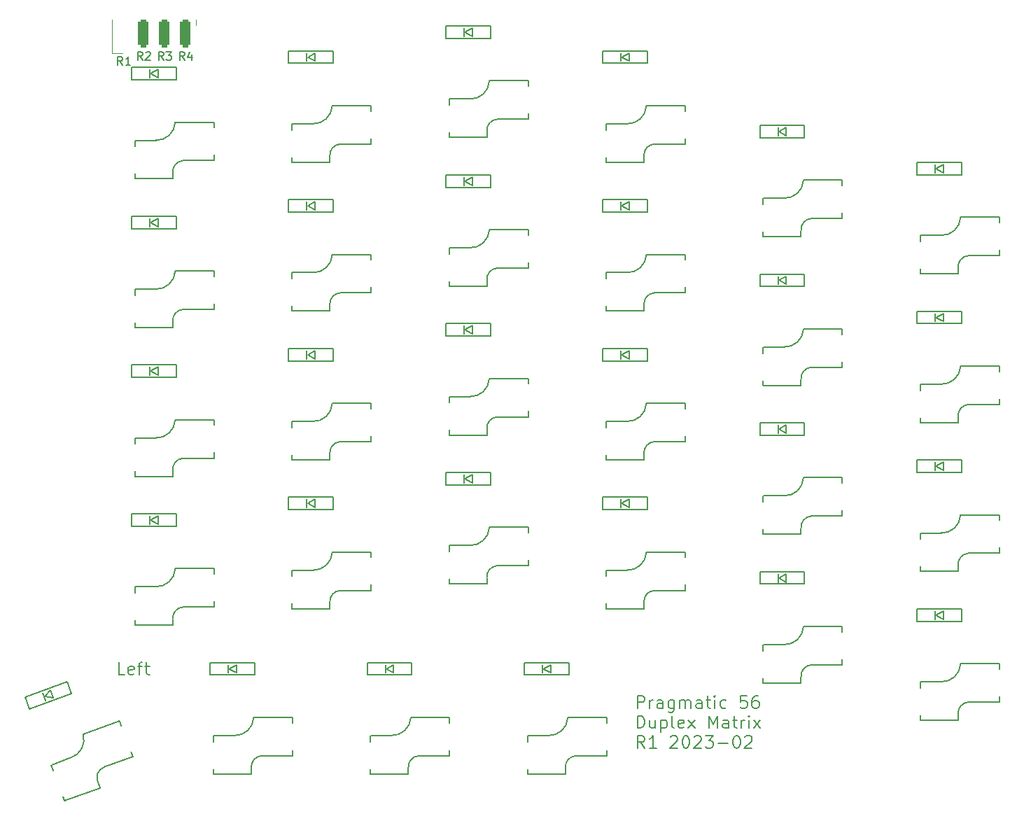
<source format=gto>
%TF.GenerationSoftware,KiCad,Pcbnew,(6.0.11-0)*%
%TF.CreationDate,2023-02-13T17:10:23+08:00*%
%TF.ProjectId,V4,56342e6b-6963-4616-945f-706362585858,1*%
%TF.SameCoordinates,PX7bfa480PY6052340*%
%TF.FileFunction,Legend,Top*%
%TF.FilePolarity,Positive*%
%FSLAX46Y46*%
G04 Gerber Fmt 4.6, Leading zero omitted, Abs format (unit mm)*
G04 Created by KiCad (PCBNEW (6.0.11-0)) date 2023-02-13 17:10:23*
%MOMM*%
%LPD*%
G01*
G04 APERTURE LIST*
G04 Aperture macros list*
%AMRoundRect*
0 Rectangle with rounded corners*
0 $1 Rounding radius*
0 $2 $3 $4 $5 $6 $7 $8 $9 X,Y pos of 4 corners*
0 Add a 4 corners polygon primitive as box body*
4,1,4,$2,$3,$4,$5,$6,$7,$8,$9,$2,$3,0*
0 Add four circle primitives for the rounded corners*
1,1,$1+$1,$2,$3*
1,1,$1+$1,$4,$5*
1,1,$1+$1,$6,$7*
1,1,$1+$1,$8,$9*
0 Add four rect primitives between the rounded corners*
20,1,$1+$1,$2,$3,$4,$5,0*
20,1,$1+$1,$4,$5,$6,$7,0*
20,1,$1+$1,$6,$7,$8,$9,0*
20,1,$1+$1,$8,$9,$2,$3,0*%
%AMRotRect*
0 Rectangle, with rotation*
0 The origin of the aperture is its center*
0 $1 length*
0 $2 width*
0 $3 Rotation angle, in degrees counterclockwise*
0 Add horizontal line*
21,1,$1,$2,0,0,$3*%
G04 Aperture macros list end*
%ADD10C,0.150000*%
%ADD11C,0.200000*%
%ADD12C,0.120000*%
%ADD13C,3.000000*%
%ADD14R,2.000000X2.600000*%
%ADD15C,3.200000*%
%ADD16R,1.400000X1.000000*%
%ADD17RotRect,1.400000X1.000000X20.000000*%
%ADD18R,1.270000X3.429000*%
%ADD19RoundRect,0.317500X-0.317500X-1.397000X0.317500X-1.397000X0.317500X1.397000X-0.317500X1.397000X0*%
%ADD20RotRect,2.000000X2.600000X200.000000*%
%ADD21C,1.700000*%
G04 APERTURE END LIST*
D10*
X-1388667Y42127620D02*
X-1722000Y42603810D01*
X-1960096Y42127620D02*
X-1960096Y43127620D01*
X-1579143Y43127620D01*
X-1483905Y43080000D01*
X-1436286Y43032381D01*
X-1388667Y42937143D01*
X-1388667Y42794286D01*
X-1436286Y42699048D01*
X-1483905Y42651429D01*
X-1579143Y42603810D01*
X-1960096Y42603810D01*
X-1007715Y43032381D02*
X-960096Y43080000D01*
X-864858Y43127620D01*
X-626762Y43127620D01*
X-531524Y43080000D01*
X-483905Y43032381D01*
X-436286Y42937143D01*
X-436286Y42841905D01*
X-483905Y42699048D01*
X-1055334Y42127620D01*
X-436286Y42127620D01*
X-3801667Y41547620D02*
X-4135000Y42023810D01*
X-4373096Y41547620D02*
X-4373096Y42547620D01*
X-3992143Y42547620D01*
X-3896905Y42500000D01*
X-3849286Y42452381D01*
X-3801667Y42357143D01*
X-3801667Y42214286D01*
X-3849286Y42119048D01*
X-3896905Y42071429D01*
X-3992143Y42023810D01*
X-4373096Y42023810D01*
X-2849286Y41547620D02*
X-3420715Y41547620D01*
X-3135000Y41547620D02*
X-3135000Y42547620D01*
X-3230239Y42404762D01*
X-3325477Y42309524D01*
X-3420715Y42261905D01*
D11*
X58487142Y-36263571D02*
X58487142Y-34763571D01*
X59058571Y-34763571D01*
X59201428Y-34835000D01*
X59272857Y-34906428D01*
X59344285Y-35049285D01*
X59344285Y-35263571D01*
X59272857Y-35406428D01*
X59201428Y-35477857D01*
X59058571Y-35549285D01*
X58487142Y-35549285D01*
X59987142Y-36263571D02*
X59987142Y-35263571D01*
X59987142Y-35549285D02*
X60058571Y-35406428D01*
X60130000Y-35335000D01*
X60272857Y-35263571D01*
X60415714Y-35263571D01*
X61558571Y-36263571D02*
X61558571Y-35477857D01*
X61487142Y-35335000D01*
X61344285Y-35263571D01*
X61058571Y-35263571D01*
X60915714Y-35335000D01*
X61558571Y-36192142D02*
X61415714Y-36263571D01*
X61058571Y-36263571D01*
X60915714Y-36192142D01*
X60844285Y-36049285D01*
X60844285Y-35906428D01*
X60915714Y-35763571D01*
X61058571Y-35692142D01*
X61415714Y-35692142D01*
X61558571Y-35620714D01*
X62915714Y-35263571D02*
X62915714Y-36477857D01*
X62844285Y-36620714D01*
X62772857Y-36692142D01*
X62630000Y-36763571D01*
X62415714Y-36763571D01*
X62272857Y-36692142D01*
X62915714Y-36192142D02*
X62772857Y-36263571D01*
X62487142Y-36263571D01*
X62344285Y-36192142D01*
X62272857Y-36120714D01*
X62201428Y-35977857D01*
X62201428Y-35549285D01*
X62272857Y-35406428D01*
X62344285Y-35335000D01*
X62487142Y-35263571D01*
X62772857Y-35263571D01*
X62915714Y-35335000D01*
X63630000Y-36263571D02*
X63630000Y-35263571D01*
X63630000Y-35406428D02*
X63701428Y-35335000D01*
X63844285Y-35263571D01*
X64058571Y-35263571D01*
X64201428Y-35335000D01*
X64272857Y-35477857D01*
X64272857Y-36263571D01*
X64272857Y-35477857D02*
X64344285Y-35335000D01*
X64487142Y-35263571D01*
X64701428Y-35263571D01*
X64844285Y-35335000D01*
X64915714Y-35477857D01*
X64915714Y-36263571D01*
X66272857Y-36263571D02*
X66272857Y-35477857D01*
X66201428Y-35335000D01*
X66058571Y-35263571D01*
X65772857Y-35263571D01*
X65630000Y-35335000D01*
X66272857Y-36192142D02*
X66130000Y-36263571D01*
X65772857Y-36263571D01*
X65630000Y-36192142D01*
X65558571Y-36049285D01*
X65558571Y-35906428D01*
X65630000Y-35763571D01*
X65772857Y-35692142D01*
X66130000Y-35692142D01*
X66272857Y-35620714D01*
X66772857Y-35263571D02*
X67344285Y-35263571D01*
X66987142Y-34763571D02*
X66987142Y-36049285D01*
X67058571Y-36192142D01*
X67201428Y-36263571D01*
X67344285Y-36263571D01*
X67844285Y-36263571D02*
X67844285Y-35263571D01*
X67844285Y-34763571D02*
X67772857Y-34835000D01*
X67844285Y-34906428D01*
X67915714Y-34835000D01*
X67844285Y-34763571D01*
X67844285Y-34906428D01*
X69201428Y-36192142D02*
X69058571Y-36263571D01*
X68772857Y-36263571D01*
X68630000Y-36192142D01*
X68558571Y-36120714D01*
X68487142Y-35977857D01*
X68487142Y-35549285D01*
X68558571Y-35406428D01*
X68630000Y-35335000D01*
X68772857Y-35263571D01*
X69058571Y-35263571D01*
X69201428Y-35335000D01*
X71701428Y-34763571D02*
X70987142Y-34763571D01*
X70915714Y-35477857D01*
X70987142Y-35406428D01*
X71130000Y-35335000D01*
X71487142Y-35335000D01*
X71630000Y-35406428D01*
X71701428Y-35477857D01*
X71772857Y-35620714D01*
X71772857Y-35977857D01*
X71701428Y-36120714D01*
X71630000Y-36192142D01*
X71487142Y-36263571D01*
X71130000Y-36263571D01*
X70987142Y-36192142D01*
X70915714Y-36120714D01*
X73058571Y-34763571D02*
X72772857Y-34763571D01*
X72630000Y-34835000D01*
X72558571Y-34906428D01*
X72415714Y-35120714D01*
X72344285Y-35406428D01*
X72344285Y-35977857D01*
X72415714Y-36120714D01*
X72487142Y-36192142D01*
X72630000Y-36263571D01*
X72915714Y-36263571D01*
X73058571Y-36192142D01*
X73130000Y-36120714D01*
X73201428Y-35977857D01*
X73201428Y-35620714D01*
X73130000Y-35477857D01*
X73058571Y-35406428D01*
X72915714Y-35335000D01*
X72630000Y-35335000D01*
X72487142Y-35406428D01*
X72415714Y-35477857D01*
X72344285Y-35620714D01*
X58487142Y-38678571D02*
X58487142Y-37178571D01*
X58844285Y-37178571D01*
X59058571Y-37250000D01*
X59201428Y-37392857D01*
X59272857Y-37535714D01*
X59344285Y-37821428D01*
X59344285Y-38035714D01*
X59272857Y-38321428D01*
X59201428Y-38464285D01*
X59058571Y-38607142D01*
X58844285Y-38678571D01*
X58487142Y-38678571D01*
X60630000Y-37678571D02*
X60630000Y-38678571D01*
X59987142Y-37678571D02*
X59987142Y-38464285D01*
X60058571Y-38607142D01*
X60201428Y-38678571D01*
X60415714Y-38678571D01*
X60558571Y-38607142D01*
X60630000Y-38535714D01*
X61344285Y-37678571D02*
X61344285Y-39178571D01*
X61344285Y-37750000D02*
X61487142Y-37678571D01*
X61772857Y-37678571D01*
X61915714Y-37750000D01*
X61987142Y-37821428D01*
X62058571Y-37964285D01*
X62058571Y-38392857D01*
X61987142Y-38535714D01*
X61915714Y-38607142D01*
X61772857Y-38678571D01*
X61487142Y-38678571D01*
X61344285Y-38607142D01*
X62915714Y-38678571D02*
X62772857Y-38607142D01*
X62701428Y-38464285D01*
X62701428Y-37178571D01*
X64058571Y-38607142D02*
X63915714Y-38678571D01*
X63630000Y-38678571D01*
X63487142Y-38607142D01*
X63415714Y-38464285D01*
X63415714Y-37892857D01*
X63487142Y-37750000D01*
X63630000Y-37678571D01*
X63915714Y-37678571D01*
X64058571Y-37750000D01*
X64130000Y-37892857D01*
X64130000Y-38035714D01*
X63415714Y-38178571D01*
X64630000Y-38678571D02*
X65415714Y-37678571D01*
X64630000Y-37678571D02*
X65415714Y-38678571D01*
X67130000Y-38678571D02*
X67130000Y-37178571D01*
X67630000Y-38250000D01*
X68130000Y-37178571D01*
X68130000Y-38678571D01*
X69487142Y-38678571D02*
X69487142Y-37892857D01*
X69415714Y-37750000D01*
X69272857Y-37678571D01*
X68987142Y-37678571D01*
X68844285Y-37750000D01*
X69487142Y-38607142D02*
X69344285Y-38678571D01*
X68987142Y-38678571D01*
X68844285Y-38607142D01*
X68772857Y-38464285D01*
X68772857Y-38321428D01*
X68844285Y-38178571D01*
X68987142Y-38107142D01*
X69344285Y-38107142D01*
X69487142Y-38035714D01*
X69987142Y-37678571D02*
X70558571Y-37678571D01*
X70201428Y-37178571D02*
X70201428Y-38464285D01*
X70272857Y-38607142D01*
X70415714Y-38678571D01*
X70558571Y-38678571D01*
X71058571Y-38678571D02*
X71058571Y-37678571D01*
X71058571Y-37964285D02*
X71130000Y-37821428D01*
X71201428Y-37750000D01*
X71344285Y-37678571D01*
X71487142Y-37678571D01*
X71987142Y-38678571D02*
X71987142Y-37678571D01*
X71987142Y-37178571D02*
X71915714Y-37250000D01*
X71987142Y-37321428D01*
X72058571Y-37250000D01*
X71987142Y-37178571D01*
X71987142Y-37321428D01*
X72558571Y-38678571D02*
X73344285Y-37678571D01*
X72558571Y-37678571D02*
X73344285Y-38678571D01*
X59344285Y-41093571D02*
X58844285Y-40379285D01*
X58487142Y-41093571D02*
X58487142Y-39593571D01*
X59058571Y-39593571D01*
X59201428Y-39665000D01*
X59272857Y-39736428D01*
X59344285Y-39879285D01*
X59344285Y-40093571D01*
X59272857Y-40236428D01*
X59201428Y-40307857D01*
X59058571Y-40379285D01*
X58487142Y-40379285D01*
X60772857Y-41093571D02*
X59915714Y-41093571D01*
X60344285Y-41093571D02*
X60344285Y-39593571D01*
X60201428Y-39807857D01*
X60058571Y-39950714D01*
X59915714Y-40022142D01*
X62487142Y-39736428D02*
X62558571Y-39665000D01*
X62701428Y-39593571D01*
X63058571Y-39593571D01*
X63201428Y-39665000D01*
X63272857Y-39736428D01*
X63344285Y-39879285D01*
X63344285Y-40022142D01*
X63272857Y-40236428D01*
X62415714Y-41093571D01*
X63344285Y-41093571D01*
X64272857Y-39593571D02*
X64415714Y-39593571D01*
X64558571Y-39665000D01*
X64630000Y-39736428D01*
X64701428Y-39879285D01*
X64772857Y-40165000D01*
X64772857Y-40522142D01*
X64701428Y-40807857D01*
X64630000Y-40950714D01*
X64558571Y-41022142D01*
X64415714Y-41093571D01*
X64272857Y-41093571D01*
X64130000Y-41022142D01*
X64058571Y-40950714D01*
X63987142Y-40807857D01*
X63915714Y-40522142D01*
X63915714Y-40165000D01*
X63987142Y-39879285D01*
X64058571Y-39736428D01*
X64130000Y-39665000D01*
X64272857Y-39593571D01*
X65344285Y-39736428D02*
X65415714Y-39665000D01*
X65558571Y-39593571D01*
X65915714Y-39593571D01*
X66058571Y-39665000D01*
X66130000Y-39736428D01*
X66201428Y-39879285D01*
X66201428Y-40022142D01*
X66130000Y-40236428D01*
X65272857Y-41093571D01*
X66201428Y-41093571D01*
X66701428Y-39593571D02*
X67630000Y-39593571D01*
X67130000Y-40165000D01*
X67344285Y-40165000D01*
X67487142Y-40236428D01*
X67558571Y-40307857D01*
X67630000Y-40450714D01*
X67630000Y-40807857D01*
X67558571Y-40950714D01*
X67487142Y-41022142D01*
X67344285Y-41093571D01*
X66915714Y-41093571D01*
X66772857Y-41022142D01*
X66701428Y-40950714D01*
X68272857Y-40522142D02*
X69415714Y-40522142D01*
X70415714Y-39593571D02*
X70558571Y-39593571D01*
X70701428Y-39665000D01*
X70772857Y-39736428D01*
X70844285Y-39879285D01*
X70915714Y-40165000D01*
X70915714Y-40522142D01*
X70844285Y-40807857D01*
X70772857Y-40950714D01*
X70701428Y-41022142D01*
X70558571Y-41093571D01*
X70415714Y-41093571D01*
X70272857Y-41022142D01*
X70201428Y-40950714D01*
X70130000Y-40807857D01*
X70058571Y-40522142D01*
X70058571Y-40165000D01*
X70130000Y-39879285D01*
X70201428Y-39736428D01*
X70272857Y-39665000D01*
X70415714Y-39593571D01*
X71487142Y-39736428D02*
X71558571Y-39665000D01*
X71701428Y-39593571D01*
X72058571Y-39593571D01*
X72201428Y-39665000D01*
X72272857Y-39736428D01*
X72344285Y-39879285D01*
X72344285Y-40022142D01*
X72272857Y-40236428D01*
X71415714Y-41093571D01*
X72344285Y-41093571D01*
D10*
X3691333Y42127620D02*
X3358000Y42603810D01*
X3119904Y42127620D02*
X3119904Y43127620D01*
X3500857Y43127620D01*
X3596095Y43080000D01*
X3643714Y43032381D01*
X3691333Y42937143D01*
X3691333Y42794286D01*
X3643714Y42699048D01*
X3596095Y42651429D01*
X3500857Y42603810D01*
X3119904Y42603810D01*
X4548476Y42794286D02*
X4548476Y42127620D01*
X4310380Y43175239D02*
X4072285Y42460953D01*
X4691333Y42460953D01*
X1151333Y42127620D02*
X818000Y42603810D01*
X579904Y42127620D02*
X579904Y43127620D01*
X960857Y43127620D01*
X1056095Y43080000D01*
X1103714Y43032381D01*
X1151333Y42937143D01*
X1151333Y42794286D01*
X1103714Y42699048D01*
X1056095Y42651429D01*
X960857Y42603810D01*
X579904Y42603810D01*
X1484666Y43127620D02*
X2103714Y43127620D01*
X1770380Y42746667D01*
X1913238Y42746667D01*
X2008476Y42699048D01*
X2056095Y42651429D01*
X2103714Y42556191D01*
X2103714Y42318096D01*
X2056095Y42222858D01*
X2008476Y42175239D01*
X1913238Y42127620D01*
X1627523Y42127620D01*
X1532285Y42175239D01*
X1484666Y42222858D01*
D11*
X-3535715Y-32178571D02*
X-4250000Y-32178571D01*
X-4250000Y-30678571D01*
X-2464286Y-32107142D02*
X-2607143Y-32178571D01*
X-2892858Y-32178571D01*
X-3035715Y-32107142D01*
X-3107143Y-31964285D01*
X-3107143Y-31392857D01*
X-3035715Y-31250000D01*
X-2892858Y-31178571D01*
X-2607143Y-31178571D01*
X-2464286Y-31250000D01*
X-2392858Y-31392857D01*
X-2392858Y-31535714D01*
X-3107143Y-31678571D01*
X-1964286Y-31178571D02*
X-1392858Y-31178571D01*
X-1750000Y-32178571D02*
X-1750000Y-30892857D01*
X-1678572Y-30750000D01*
X-1535715Y-30678571D01*
X-1392858Y-30678571D01*
X-1107143Y-31178571D02*
X-535715Y-31178571D01*
X-892858Y-30678571D02*
X-892858Y-31964285D01*
X-821429Y-32107142D01*
X-678572Y-32178571D01*
X-535715Y-32178571D01*
D10*
%TO.C,SW17*%
X16725000Y16425000D02*
X19275000Y16425000D01*
X16700000Y15682000D02*
X16700000Y15682000D01*
X16725000Y11775000D02*
X21275000Y11775000D01*
X22500000Y13975000D02*
X26275000Y13975000D01*
X16700000Y12380000D02*
X16700000Y11800000D01*
X16700000Y16400000D02*
X16700000Y15682000D01*
X26275000Y14666000D02*
X26275000Y13975000D01*
X21280000Y12500000D02*
X21280000Y11800000D01*
X26275000Y18625000D02*
X26275000Y17968000D01*
X21575000Y18625000D02*
X26275000Y18625000D01*
X22500000Y13970000D02*
G75*
G03*
X21280000Y12550000I100000J-1320000D01*
G01*
X19200000Y16430000D02*
G75*
G03*
X21570000Y18600000I100000J2270000D01*
G01*
%TO.C,SW29*%
X21575000Y625000D02*
X26275000Y625000D01*
X16700000Y-2318000D02*
X16700000Y-2318000D01*
X21280000Y-5500000D02*
X21280000Y-6200000D01*
X22500000Y-4025000D02*
X26275000Y-4025000D01*
X16700000Y-5620000D02*
X16700000Y-6200000D01*
X16700000Y-1600000D02*
X16700000Y-2318000D01*
X26275000Y-3334000D02*
X26275000Y-4025000D01*
X16725000Y-1575000D02*
X19275000Y-1575000D01*
X16725000Y-6225000D02*
X21275000Y-6225000D01*
X26275000Y625000D02*
X26275000Y-32000D01*
X19200000Y-1570000D02*
G75*
G03*
X21570000Y600000I100000J2270000D01*
G01*
X22500000Y-4030000D02*
G75*
G03*
X21280000Y-5450000I100000J-1320000D01*
G01*
%TO.C,SW51*%
X54775000Y-37375000D02*
X54775000Y-38032000D01*
X45225000Y-39575000D02*
X47775000Y-39575000D01*
X45225000Y-44225000D02*
X49775000Y-44225000D01*
X49780000Y-43500000D02*
X49780000Y-44200000D01*
X45200000Y-40318000D02*
X45200000Y-40318000D01*
X45200000Y-39600000D02*
X45200000Y-40318000D01*
X51000000Y-42025000D02*
X54775000Y-42025000D01*
X50075000Y-37375000D02*
X54775000Y-37375000D01*
X54775000Y-41334000D02*
X54775000Y-42025000D01*
X45200000Y-43620000D02*
X45200000Y-44200000D01*
X47700000Y-39570000D02*
G75*
G03*
X50070000Y-37400000I100000J2270000D01*
G01*
X51000000Y-42030000D02*
G75*
G03*
X49780000Y-43450000I100000J-1320000D01*
G01*
%TO.C,D27*%
X56600000Y6500000D02*
X57500000Y7000000D01*
X57500000Y6000000D02*
X56600000Y6500000D01*
X57500000Y7000000D02*
X57500000Y6000000D01*
X54300000Y7250000D02*
X54300000Y5750000D01*
X59700000Y7250000D02*
X54300000Y7250000D01*
X59700000Y7250000D02*
X59700000Y5750000D01*
X56500000Y7000000D02*
X56500000Y6000000D01*
X54300000Y5750000D02*
X59700000Y5750000D01*
%TO.C,D18*%
X2700000Y23250000D02*
X2700000Y21750000D01*
X-400000Y22500000D02*
X500000Y23000000D01*
X-500000Y23000000D02*
X-500000Y22000000D01*
X-2700000Y23250000D02*
X-2700000Y21750000D01*
X2700000Y23250000D02*
X-2700000Y23250000D01*
X500000Y22000000D02*
X-400000Y22500000D01*
X-2700000Y21750000D02*
X2700000Y21750000D01*
X500000Y23000000D02*
X500000Y22000000D01*
%TO.C,SW15*%
X54700000Y16400000D02*
X54700000Y15682000D01*
X60500000Y13975000D02*
X64275000Y13975000D01*
X54725000Y16425000D02*
X57275000Y16425000D01*
X64275000Y18625000D02*
X64275000Y17968000D01*
X54700000Y15682000D02*
X54700000Y15682000D01*
X59280000Y12500000D02*
X59280000Y11800000D01*
X54725000Y11775000D02*
X59275000Y11775000D01*
X64275000Y14666000D02*
X64275000Y13975000D01*
X59575000Y18625000D02*
X64275000Y18625000D01*
X54700000Y12380000D02*
X54700000Y11800000D01*
X57200000Y16430000D02*
G75*
G03*
X59570000Y18600000I100000J2270000D01*
G01*
X60500000Y13970000D02*
G75*
G03*
X59280000Y12550000I100000J-1320000D01*
G01*
%TO.C,D15*%
X59700000Y25250000D02*
X59700000Y23750000D01*
X59700000Y25250000D02*
X54300000Y25250000D01*
X56600000Y24500000D02*
X57500000Y25000000D01*
X57500000Y24000000D02*
X56600000Y24500000D01*
X54300000Y23750000D02*
X59700000Y23750000D01*
X56500000Y25000000D02*
X56500000Y24000000D01*
X57500000Y25000000D02*
X57500000Y24000000D01*
X54300000Y25250000D02*
X54300000Y23750000D01*
%TO.C,D1*%
X94600000Y29000000D02*
X95500000Y29500000D01*
X97700000Y29750000D02*
X97700000Y28250000D01*
X95500000Y29500000D02*
X95500000Y28500000D01*
X94500000Y29500000D02*
X94500000Y28500000D01*
X95500000Y28500000D02*
X94600000Y29000000D01*
X97700000Y29750000D02*
X92300000Y29750000D01*
X92300000Y29750000D02*
X92300000Y28250000D01*
X92300000Y28250000D02*
X97700000Y28250000D01*
%TO.C,D37*%
X97700000Y-24250000D02*
X97700000Y-25750000D01*
X92300000Y-25750000D02*
X97700000Y-25750000D01*
X94500000Y-24500000D02*
X94500000Y-25500000D01*
X95500000Y-25500000D02*
X94600000Y-25000000D01*
X92300000Y-24250000D02*
X92300000Y-25750000D01*
X94600000Y-25000000D02*
X95500000Y-24500000D01*
X95500000Y-24500000D02*
X95500000Y-25500000D01*
X97700000Y-24250000D02*
X92300000Y-24250000D01*
%TO.C,D52*%
X25800000Y-30750000D02*
X25800000Y-32250000D01*
X28000000Y-31000000D02*
X28000000Y-32000000D01*
X25800000Y-32250000D02*
X31200000Y-32250000D01*
X29000000Y-32000000D02*
X28100000Y-31500000D01*
X31200000Y-30750000D02*
X31200000Y-32250000D01*
X29000000Y-31000000D02*
X29000000Y-32000000D01*
X28100000Y-31500000D02*
X29000000Y-31000000D01*
X31200000Y-30750000D02*
X25800000Y-30750000D01*
%TO.C,D2*%
X76500000Y33000000D02*
X75600000Y33500000D01*
X78700000Y34250000D02*
X73300000Y34250000D01*
X75500000Y34000000D02*
X75500000Y33000000D01*
X76500000Y34000000D02*
X76500000Y33000000D01*
X75600000Y33500000D02*
X76500000Y34000000D01*
X78700000Y34250000D02*
X78700000Y32750000D01*
X73300000Y32750000D02*
X78700000Y32750000D01*
X73300000Y34250000D02*
X73300000Y32750000D01*
%TO.C,SW3*%
X59280000Y30500000D02*
X59280000Y29800000D01*
X59575000Y36625000D02*
X64275000Y36625000D01*
X54725000Y34425000D02*
X57275000Y34425000D01*
X54700000Y30380000D02*
X54700000Y29800000D01*
X60500000Y31975000D02*
X64275000Y31975000D01*
X54725000Y29775000D02*
X59275000Y29775000D01*
X64275000Y32666000D02*
X64275000Y31975000D01*
X54700000Y34400000D02*
X54700000Y33682000D01*
X54700000Y33682000D02*
X54700000Y33682000D01*
X64275000Y36625000D02*
X64275000Y35968000D01*
X57200000Y34430000D02*
G75*
G03*
X59570000Y36600000I100000J2270000D01*
G01*
X60500000Y31970000D02*
G75*
G03*
X59280000Y30550000I100000J-1320000D01*
G01*
%TO.C,D16*%
X38500000Y28000000D02*
X38500000Y27000000D01*
X35300000Y26750000D02*
X40700000Y26750000D01*
X38500000Y27000000D02*
X37600000Y27500000D01*
X37500000Y28000000D02*
X37500000Y27000000D01*
X40700000Y28250000D02*
X35300000Y28250000D01*
X40700000Y28250000D02*
X40700000Y26750000D01*
X35300000Y28250000D02*
X35300000Y26750000D01*
X37600000Y27500000D02*
X38500000Y28000000D01*
%TO.C,SW4*%
X35700000Y37399997D02*
X35700000Y36681997D01*
X35700000Y36681997D02*
X35700000Y36681997D01*
X41500000Y34974997D02*
X45275000Y34974997D01*
X40280000Y33499997D02*
X40280000Y32799997D01*
X35725000Y37424997D02*
X38275000Y37424997D01*
X40575000Y39624997D02*
X45275000Y39624997D01*
X45275000Y35665997D02*
X45275000Y34974997D01*
X35725000Y32774997D02*
X40275000Y32774997D01*
X35700000Y33379997D02*
X35700000Y32799997D01*
X45275000Y39624997D02*
X45275000Y38967997D01*
X38200000Y37429997D02*
G75*
G03*
X40570000Y39599997I100000J2270000D01*
G01*
X41500000Y34969997D02*
G75*
G03*
X40280000Y33549997I100000J-1320000D01*
G01*
%TO.C,SW26*%
X78280000Y-14500000D02*
X78280000Y-15200000D01*
X73700000Y-11318000D02*
X73700000Y-11318000D01*
X73725000Y-15225000D02*
X78275000Y-15225000D01*
X73700000Y-14620000D02*
X73700000Y-15200000D01*
X78575000Y-8375000D02*
X83275000Y-8375000D01*
X79500000Y-13025000D02*
X83275000Y-13025000D01*
X73700000Y-10600000D02*
X73700000Y-11318000D01*
X73725000Y-10575000D02*
X76275000Y-10575000D01*
X83275000Y-8375000D02*
X83275000Y-9032000D01*
X83275000Y-12334000D02*
X83275000Y-13025000D01*
X76200000Y-10570000D02*
G75*
G03*
X78570000Y-8400000I100000J2270000D01*
G01*
X79500000Y-13030000D02*
G75*
G03*
X78280000Y-14450000I100000J-1320000D01*
G01*
%TO.C,D4*%
X35300000Y44750000D02*
X40700000Y44750000D01*
X37600000Y45500000D02*
X38500000Y46000000D01*
X38500000Y46000000D02*
X38500000Y45000000D01*
X37500000Y46000000D02*
X37500000Y45000000D01*
X40700000Y46250000D02*
X35300000Y46250000D01*
X35300000Y46250000D02*
X35300000Y44750000D01*
X40700000Y46250000D02*
X40700000Y44750000D01*
X38500000Y45000000D02*
X37600000Y45500000D01*
%TO.C,D3*%
X59700000Y43250000D02*
X54300000Y43250000D01*
X57500000Y43000000D02*
X57500000Y42000000D01*
X56600000Y42500000D02*
X57500000Y43000000D01*
X54300000Y43250000D02*
X54300000Y41750000D01*
X59700000Y43250000D02*
X59700000Y41750000D01*
X57500000Y42000000D02*
X56600000Y42500000D01*
X56500000Y43000000D02*
X56500000Y42000000D01*
X54300000Y41750000D02*
X59700000Y41750000D01*
%TO.C,SW38*%
X73700000Y-28600000D02*
X73700000Y-29318000D01*
X73700000Y-32620000D02*
X73700000Y-33200000D01*
X73725000Y-28575000D02*
X76275000Y-28575000D01*
X79500000Y-31025000D02*
X83275000Y-31025000D01*
X78575000Y-26375000D02*
X83275000Y-26375000D01*
X73700000Y-29318000D02*
X73700000Y-29318000D01*
X78280000Y-32500000D02*
X78280000Y-33200000D01*
X73725000Y-33225000D02*
X78275000Y-33225000D01*
X83275000Y-26375000D02*
X83275000Y-27032000D01*
X83275000Y-30334000D02*
X83275000Y-31025000D01*
X79500000Y-31030000D02*
G75*
G03*
X78280000Y-32450000I100000J-1320000D01*
G01*
X76200000Y-28570000D02*
G75*
G03*
X78570000Y-26400000I100000J2270000D01*
G01*
%TO.C,D54*%
X-15593685Y-34918685D02*
X-15080655Y-36328224D01*
X-12501164Y-34059144D02*
X-12159144Y-34998836D01*
X-15080655Y-36328224D02*
X-10006315Y-34481315D01*
X-10519345Y-33071776D02*
X-15593685Y-34918685D01*
X-12159144Y-34998836D02*
X-13175877Y-34836808D01*
X-13440856Y-34401164D02*
X-13098836Y-35340856D01*
X-10519345Y-33071776D02*
X-10006315Y-34481315D01*
X-13175877Y-34836808D02*
X-12501164Y-34059144D01*
%TO.C,SW27*%
X64275000Y-3334000D02*
X64275000Y-4025000D01*
X54700000Y-1600000D02*
X54700000Y-2318000D01*
X54725000Y-6225000D02*
X59275000Y-6225000D01*
X59280000Y-5500000D02*
X59280000Y-6200000D01*
X60500000Y-4025000D02*
X64275000Y-4025000D01*
X54700000Y-2318000D02*
X54700000Y-2318000D01*
X59575000Y625000D02*
X64275000Y625000D01*
X54700000Y-5620000D02*
X54700000Y-6200000D01*
X64275000Y625000D02*
X64275000Y-32000D01*
X54725000Y-1575000D02*
X57275000Y-1575000D01*
X57200000Y-1570000D02*
G75*
G03*
X59570000Y600000I100000J2270000D01*
G01*
X60500000Y-4030000D02*
G75*
G03*
X59280000Y-5450000I100000J-1320000D01*
G01*
%TO.C,D53*%
X6800000Y-32250000D02*
X12200000Y-32250000D01*
X12200000Y-30750000D02*
X12200000Y-32250000D01*
X9100000Y-31500000D02*
X10000000Y-31000000D01*
X10000000Y-32000000D02*
X9100000Y-31500000D01*
X9000000Y-31000000D02*
X9000000Y-32000000D01*
X10000000Y-31000000D02*
X10000000Y-32000000D01*
X12200000Y-30750000D02*
X6800000Y-30750000D01*
X6800000Y-30750000D02*
X6800000Y-32250000D01*
%TO.C,D39*%
X59700000Y-10750000D02*
X54300000Y-10750000D01*
X54300000Y-12250000D02*
X59700000Y-12250000D01*
X57500000Y-12000000D02*
X56600000Y-11500000D01*
X54300000Y-10750000D02*
X54300000Y-12250000D01*
X56500000Y-11000000D02*
X56500000Y-12000000D01*
X56600000Y-11500000D02*
X57500000Y-11000000D01*
X57500000Y-11000000D02*
X57500000Y-12000000D01*
X59700000Y-10750000D02*
X59700000Y-12250000D01*
%TO.C,SW52*%
X26200000Y-43620000D02*
X26200000Y-44200000D01*
X26225000Y-44225000D02*
X30775000Y-44225000D01*
X30780000Y-43500000D02*
X30780000Y-44200000D01*
X26200000Y-40318000D02*
X26200000Y-40318000D01*
X26200000Y-39600000D02*
X26200000Y-40318000D01*
X31075000Y-37375000D02*
X35775000Y-37375000D01*
X35775000Y-41334000D02*
X35775000Y-42025000D01*
X35775000Y-37375000D02*
X35775000Y-38032000D01*
X32000000Y-42025000D02*
X35775000Y-42025000D01*
X26225000Y-39575000D02*
X28775000Y-39575000D01*
X28700000Y-39570000D02*
G75*
G03*
X31070000Y-37400000I100000J2270000D01*
G01*
X32000000Y-42030000D02*
G75*
G03*
X30780000Y-43450000I100000J-1320000D01*
G01*
%TO.C,D42*%
X-2700000Y-12750000D02*
X-2700000Y-14250000D01*
X2700000Y-12750000D02*
X-2700000Y-12750000D01*
X2700000Y-12750000D02*
X2700000Y-14250000D01*
X-400000Y-13500000D02*
X500000Y-13000000D01*
X-500000Y-13000000D02*
X-500000Y-14000000D01*
X500000Y-13000000D02*
X500000Y-14000000D01*
X-2700000Y-14250000D02*
X2700000Y-14250000D01*
X500000Y-14000000D02*
X-400000Y-13500000D01*
%TO.C,D30*%
X2700000Y5250000D02*
X2700000Y3750000D01*
X-400000Y4500000D02*
X500000Y5000000D01*
X-500000Y5000000D02*
X-500000Y4000000D01*
X500000Y4000000D02*
X-400000Y4500000D01*
X2700000Y5250000D02*
X-2700000Y5250000D01*
X-2700000Y3750000D02*
X2700000Y3750000D01*
X500000Y5000000D02*
X500000Y4000000D01*
X-2700000Y5250000D02*
X-2700000Y3750000D01*
%TO.C,SW13*%
X98500000Y475000D02*
X102275000Y475000D01*
X92725000Y2925000D02*
X95275000Y2925000D01*
X92700000Y-1120000D02*
X92700000Y-1700000D01*
X97575000Y5125000D02*
X102275000Y5125000D01*
X92700000Y2182000D02*
X92700000Y2182000D01*
X92725000Y-1725000D02*
X97275000Y-1725000D01*
X92700000Y2900000D02*
X92700000Y2182000D01*
X102275000Y1166000D02*
X102275000Y475000D01*
X102275000Y5125000D02*
X102275000Y4468000D01*
X97280000Y-1000000D02*
X97280000Y-1700000D01*
X98500000Y470000D02*
G75*
G03*
X97280000Y-950000I100000J-1320000D01*
G01*
X95200000Y2930000D02*
G75*
G03*
X97570000Y5100000I100000J2270000D01*
G01*
%TO.C,D28*%
X40700000Y10250000D02*
X40700000Y8750000D01*
X37500000Y10000000D02*
X37500000Y9000000D01*
X38500000Y9000000D02*
X37600000Y9500000D01*
X38500000Y10000000D02*
X38500000Y9000000D01*
X35300000Y8750000D02*
X40700000Y8750000D01*
X37600000Y9500000D02*
X38500000Y10000000D01*
X40700000Y10250000D02*
X35300000Y10250000D01*
X35300000Y10250000D02*
X35300000Y8750000D01*
%TO.C,D6*%
X500000Y41000000D02*
X500000Y40000000D01*
X500000Y40000000D02*
X-400000Y40500000D01*
X-400000Y40500000D02*
X500000Y41000000D01*
X-2700000Y39750000D02*
X2700000Y39750000D01*
X-2700000Y41250000D02*
X-2700000Y39750000D01*
X-500000Y41000000D02*
X-500000Y40000000D01*
X2700000Y41250000D02*
X2700000Y39750000D01*
X2700000Y41250000D02*
X-2700000Y41250000D01*
%TO.C,SW5*%
X16700000Y30380002D02*
X16700000Y29800002D01*
X26275000Y36625002D02*
X26275000Y35968002D01*
X26275000Y32666002D02*
X26275000Y31975002D01*
X22500000Y31975002D02*
X26275000Y31975002D01*
X16725000Y29775002D02*
X21275000Y29775002D01*
X21280000Y30500002D02*
X21280000Y29800002D01*
X21575000Y36625002D02*
X26275000Y36625002D01*
X16700000Y33682002D02*
X16700000Y33682002D01*
X16725000Y34425002D02*
X19275000Y34425002D01*
X16700000Y34400002D02*
X16700000Y33682002D01*
X19200000Y34430002D02*
G75*
G03*
X21570000Y36600002I100000J2270000D01*
G01*
X22500000Y31970002D02*
G75*
G03*
X21280000Y30550002I100000J-1320000D01*
G01*
%TO.C,SW28*%
X35700000Y-2620000D02*
X35700000Y-3200000D01*
X40280000Y-2500000D02*
X40280000Y-3200000D01*
X35725000Y-3225000D02*
X40275000Y-3225000D01*
X45275000Y3625000D02*
X45275000Y2968000D01*
X35700000Y1400000D02*
X35700000Y682000D01*
X35725000Y1425000D02*
X38275000Y1425000D01*
X40575000Y3625000D02*
X45275000Y3625000D01*
X35700000Y682000D02*
X35700000Y682000D01*
X45275000Y-334000D02*
X45275000Y-1025000D01*
X41500000Y-1025000D02*
X45275000Y-1025000D01*
X38200000Y1430000D02*
G75*
G03*
X40570000Y3600000I100000J2270000D01*
G01*
X41500000Y-1030000D02*
G75*
G03*
X40280000Y-2450000I100000J-1320000D01*
G01*
%TO.C,SW1*%
X92725000Y16275000D02*
X97275000Y16275000D01*
X92700000Y20182000D02*
X92700000Y20182000D01*
X102275000Y19166000D02*
X102275000Y18475000D01*
X97280000Y17000000D02*
X97280000Y16300000D01*
X102275000Y23125000D02*
X102275000Y22468000D01*
X98500000Y18475000D02*
X102275000Y18475000D01*
X92700000Y20900000D02*
X92700000Y20182000D01*
X92700000Y16880000D02*
X92700000Y16300000D01*
X97575000Y23125000D02*
X102275000Y23125000D01*
X92725000Y20925000D02*
X95275000Y20925000D01*
X98500000Y18470000D02*
G75*
G03*
X97280000Y17050000I100000J-1320000D01*
G01*
X95200000Y20930000D02*
G75*
G03*
X97570000Y23100000I100000J2270000D01*
G01*
%TO.C,D13*%
X97700000Y11750000D02*
X92300000Y11750000D01*
X95500000Y10500000D02*
X94600000Y11000000D01*
X92300000Y10250000D02*
X97700000Y10250000D01*
X94600000Y11000000D02*
X95500000Y11500000D01*
X97700000Y11750000D02*
X97700000Y10250000D01*
X92300000Y11750000D02*
X92300000Y10250000D01*
X95500000Y11500000D02*
X95500000Y10500000D01*
X94500000Y11500000D02*
X94500000Y10500000D01*
%TO.C,SW42*%
X-2300000Y-21600000D02*
X-2300000Y-22318000D01*
X-2275000Y-26225000D02*
X2275000Y-26225000D01*
X7275000Y-23334000D02*
X7275000Y-24025000D01*
X-2300000Y-22318000D02*
X-2300000Y-22318000D01*
X3500000Y-24025000D02*
X7275000Y-24025000D01*
X7275000Y-19375000D02*
X7275000Y-20032000D01*
X-2275000Y-21575000D02*
X275000Y-21575000D01*
X-2300000Y-25620000D02*
X-2300000Y-26200000D01*
X2280000Y-25500000D02*
X2280000Y-26200000D01*
X2575000Y-19375000D02*
X7275000Y-19375000D01*
X200000Y-21570000D02*
G75*
G03*
X2570000Y-19400000I100000J2270000D01*
G01*
X3500000Y-24030000D02*
G75*
G03*
X2280000Y-25450000I100000J-1320000D01*
G01*
%TO.C,SW14*%
X78575000Y9625000D02*
X83275000Y9625000D01*
X79500000Y4975000D02*
X83275000Y4975000D01*
X73700000Y6682000D02*
X73700000Y6682000D01*
X73700000Y7400000D02*
X73700000Y6682000D01*
X73725000Y7425000D02*
X76275000Y7425000D01*
X73700000Y3380000D02*
X73700000Y2800000D01*
X83275000Y9625000D02*
X83275000Y8968000D01*
X78280000Y3500000D02*
X78280000Y2800000D01*
X83275000Y5666000D02*
X83275000Y4975000D01*
X73725000Y2775000D02*
X78275000Y2775000D01*
X79500000Y4970000D02*
G75*
G03*
X78280000Y3550000I100000J-1320000D01*
G01*
X76200000Y7430000D02*
G75*
G03*
X78570000Y9600000I100000J2270000D01*
G01*
%TO.C,SW30*%
X7275000Y-5334000D02*
X7275000Y-6025000D01*
X7275000Y-1375000D02*
X7275000Y-2032000D01*
X2280000Y-7500000D02*
X2280000Y-8200000D01*
X-2300000Y-3600000D02*
X-2300000Y-4318000D01*
X-2300000Y-7620000D02*
X-2300000Y-8200000D01*
X3500000Y-6025000D02*
X7275000Y-6025000D01*
X-2275000Y-3575000D02*
X275000Y-3575000D01*
X-2275000Y-8225000D02*
X2275000Y-8225000D01*
X-2300000Y-4318000D02*
X-2300000Y-4318000D01*
X2575000Y-1375000D02*
X7275000Y-1375000D01*
X200000Y-3570000D02*
G75*
G03*
X2570000Y-1400000I100000J2270000D01*
G01*
X3500000Y-6030000D02*
G75*
G03*
X2280000Y-7450000I100000J-1320000D01*
G01*
D12*
%TO.C,J1*%
X5080000Y46365000D02*
X5080000Y47000000D01*
X-5080000Y43000000D02*
X-5080000Y47000000D01*
X-3810000Y43000000D02*
X-5080000Y43000000D01*
D10*
%TO.C,D26*%
X75600000Y-2500000D02*
X76500000Y-2000000D01*
X76500000Y-3000000D02*
X75600000Y-2500000D01*
X78700000Y-1750000D02*
X78700000Y-3250000D01*
X78700000Y-1750000D02*
X73300000Y-1750000D01*
X73300000Y-1750000D02*
X73300000Y-3250000D01*
X75500000Y-2000000D02*
X75500000Y-3000000D01*
X73300000Y-3250000D02*
X78700000Y-3250000D01*
X76500000Y-2000000D02*
X76500000Y-3000000D01*
%TO.C,SW53*%
X7199996Y-43620000D02*
X7199996Y-44200000D01*
X11779996Y-43500000D02*
X11779996Y-44200000D01*
X7224996Y-44225000D02*
X11774996Y-44225000D01*
X12074996Y-37375000D02*
X16774996Y-37375000D01*
X7199996Y-40318000D02*
X7199996Y-40318000D01*
X16774996Y-41334000D02*
X16774996Y-42025000D01*
X12999996Y-42025000D02*
X16774996Y-42025000D01*
X7199996Y-39600000D02*
X7199996Y-40318000D01*
X16774996Y-37375000D02*
X16774996Y-38032000D01*
X7224996Y-39575000D02*
X9774996Y-39575000D01*
X12999996Y-42030000D02*
G75*
G03*
X11779996Y-43450000I100000J-1320000D01*
G01*
X9699996Y-39570000D02*
G75*
G03*
X12069996Y-37400000I100000J2270000D01*
G01*
%TO.C,SW18*%
X-2300000Y13682000D02*
X-2300000Y13682000D01*
X-2300000Y10380000D02*
X-2300000Y9800000D01*
X7275000Y12666000D02*
X7275000Y11975000D01*
X-2275000Y9775000D02*
X2275000Y9775000D01*
X3500000Y11975000D02*
X7275000Y11975000D01*
X2280000Y10500000D02*
X2280000Y9800000D01*
X-2300000Y14400000D02*
X-2300000Y13682000D01*
X2575000Y16625000D02*
X7275000Y16625000D01*
X7275000Y16625000D02*
X7275000Y15968000D01*
X-2275000Y14425000D02*
X275000Y14425000D01*
X200000Y14430000D02*
G75*
G03*
X2570000Y16600000I100000J2270000D01*
G01*
X3500000Y11970000D02*
G75*
G03*
X2280000Y10550000I100000J-1320000D01*
G01*
%TO.C,SW40*%
X41500000Y-19025000D02*
X45275000Y-19025000D01*
X40575000Y-14375000D02*
X45275000Y-14375000D01*
X45275000Y-14375000D02*
X45275000Y-15032000D01*
X40280000Y-20500000D02*
X40280000Y-21200000D01*
X35700000Y-16600000D02*
X35700000Y-17318000D01*
X35725000Y-16575000D02*
X38275000Y-16575000D01*
X35725000Y-21225000D02*
X40275000Y-21225000D01*
X35700000Y-17318000D02*
X35700000Y-17318000D01*
X35700000Y-20620000D02*
X35700000Y-21200000D01*
X45275000Y-18334000D02*
X45275000Y-19025000D01*
X41500000Y-19030000D02*
G75*
G03*
X40280000Y-20450000I100000J-1320000D01*
G01*
X38200000Y-16570000D02*
G75*
G03*
X40570000Y-14400000I100000J2270000D01*
G01*
%TO.C,SW41*%
X21280000Y-23500000D02*
X21280000Y-24200000D01*
X16725000Y-24225000D02*
X21275000Y-24225000D01*
X22500000Y-22025000D02*
X26275000Y-22025000D01*
X16700000Y-23620000D02*
X16700000Y-24200000D01*
X26275000Y-21334000D02*
X26275000Y-22025000D01*
X16700000Y-20318000D02*
X16700000Y-20318000D01*
X16700000Y-19600000D02*
X16700000Y-20318000D01*
X21575000Y-17375000D02*
X26275000Y-17375000D01*
X16725000Y-19575000D02*
X19275000Y-19575000D01*
X26275000Y-17375000D02*
X26275000Y-18032000D01*
X19200000Y-19570000D02*
G75*
G03*
X21570000Y-17400000I100000J2270000D01*
G01*
X22500000Y-22030000D02*
G75*
G03*
X21280000Y-23450000I100000J-1320000D01*
G01*
%TO.C,D14*%
X76500000Y15000000D02*
X75600000Y15500000D01*
X76500000Y16000000D02*
X76500000Y15000000D01*
X78700000Y16250000D02*
X78700000Y14750000D01*
X73300000Y16250000D02*
X73300000Y14750000D01*
X78700000Y16250000D02*
X73300000Y16250000D01*
X75600000Y15500000D02*
X76500000Y16000000D01*
X75500000Y16000000D02*
X75500000Y15000000D01*
X73300000Y14750000D02*
X78700000Y14750000D01*
%TO.C,D17*%
X18600000Y24500000D02*
X19500000Y25000000D01*
X21700000Y25250000D02*
X16300000Y25250000D01*
X16300000Y23750000D02*
X21700000Y23750000D01*
X16300000Y25250000D02*
X16300000Y23750000D01*
X21700000Y25250000D02*
X21700000Y23750000D01*
X19500000Y25000000D02*
X19500000Y24000000D01*
X18500000Y25000000D02*
X18500000Y24000000D01*
X19500000Y24000000D02*
X18600000Y24500000D01*
%TO.C,SW39*%
X54700000Y-23620000D02*
X54700000Y-24200000D01*
X54725000Y-19575000D02*
X57275000Y-19575000D01*
X60500000Y-22025000D02*
X64275000Y-22025000D01*
X59280000Y-23500000D02*
X59280000Y-24200000D01*
X54725000Y-24225000D02*
X59275000Y-24225000D01*
X54700000Y-19600000D02*
X54700000Y-20318000D01*
X59575000Y-17375000D02*
X64275000Y-17375000D01*
X64275000Y-21334000D02*
X64275000Y-22025000D01*
X64275000Y-17375000D02*
X64275000Y-18032000D01*
X54700000Y-20318000D02*
X54700000Y-20318000D01*
X60500000Y-22030000D02*
G75*
G03*
X59280000Y-23450000I100000J-1320000D01*
G01*
X57200000Y-19570000D02*
G75*
G03*
X59570000Y-17400000I100000J2270000D01*
G01*
%TO.C,D40*%
X40700000Y-7750000D02*
X40700000Y-9250000D01*
X35300000Y-9250000D02*
X40700000Y-9250000D01*
X38500000Y-8000000D02*
X38500000Y-9000000D01*
X37500000Y-8000000D02*
X37500000Y-9000000D01*
X40700000Y-7750000D02*
X35300000Y-7750000D01*
X38500000Y-9000000D02*
X37600000Y-8500000D01*
X35300000Y-7750000D02*
X35300000Y-9250000D01*
X37600000Y-8500000D02*
X38500000Y-8000000D01*
%TO.C,D51*%
X50200000Y-30750000D02*
X44800000Y-30750000D01*
X44800000Y-32250000D02*
X50200000Y-32250000D01*
X50200000Y-30750000D02*
X50200000Y-32250000D01*
X48000000Y-31000000D02*
X48000000Y-32000000D01*
X47000000Y-31000000D02*
X47000000Y-32000000D01*
X48000000Y-32000000D02*
X47100000Y-31500000D01*
X44800000Y-30750000D02*
X44800000Y-32250000D01*
X47100000Y-31500000D02*
X48000000Y-31000000D01*
%TO.C,SW6*%
X2575000Y34625000D02*
X7275000Y34625000D01*
X-2300000Y28380000D02*
X-2300000Y27800000D01*
X3500000Y29975000D02*
X7275000Y29975000D01*
X7275000Y30666000D02*
X7275000Y29975000D01*
X-2275000Y27775000D02*
X2275000Y27775000D01*
X7275000Y34625000D02*
X7275000Y33968000D01*
X2280000Y28500000D02*
X2280000Y27800000D01*
X-2300000Y32400000D02*
X-2300000Y31682000D01*
X-2300000Y31682000D02*
X-2300000Y31682000D01*
X-2275000Y32425000D02*
X275000Y32425000D01*
X3500000Y29970000D02*
G75*
G03*
X2280000Y28550000I100000J-1320000D01*
G01*
X200000Y32430000D02*
G75*
G03*
X2570000Y34600000I100000J2270000D01*
G01*
%TO.C,SW2*%
X73700000Y24682000D02*
X73700000Y24682000D01*
X78280000Y21500000D02*
X78280000Y20800000D01*
X73725000Y20775000D02*
X78275000Y20775000D01*
X79500000Y22975000D02*
X83275000Y22975000D01*
X73700000Y21380000D02*
X73700000Y20800000D01*
X83275000Y27625000D02*
X83275000Y26968000D01*
X83275000Y23666000D02*
X83275000Y22975000D01*
X78575000Y27625000D02*
X83275000Y27625000D01*
X73700000Y25400000D02*
X73700000Y24682000D01*
X73725000Y25425000D02*
X76275000Y25425000D01*
X79500000Y22970000D02*
G75*
G03*
X78280000Y21550000I100000J-1320000D01*
G01*
X76200000Y25430000D02*
G75*
G03*
X78570000Y27600000I100000J2270000D01*
G01*
%TO.C,SW25*%
X92700000Y-19120000D02*
X92700000Y-19700000D01*
X92700000Y-15818000D02*
X92700000Y-15818000D01*
X92725000Y-19725000D02*
X97275000Y-19725000D01*
X97575000Y-12875000D02*
X102275000Y-12875000D01*
X102275000Y-16834000D02*
X102275000Y-17525000D01*
X98500000Y-17525000D02*
X102275000Y-17525000D01*
X92700000Y-15100000D02*
X92700000Y-15818000D01*
X92725000Y-15075000D02*
X95275000Y-15075000D01*
X102275000Y-12875000D02*
X102275000Y-13532000D01*
X97280000Y-19000000D02*
X97280000Y-19700000D01*
X95200000Y-15070000D02*
G75*
G03*
X97570000Y-12900000I100000J2270000D01*
G01*
X98500000Y-17530000D02*
G75*
G03*
X97280000Y-18950000I100000J-1320000D01*
G01*
%TO.C,D29*%
X16300000Y7250000D02*
X16300000Y5750000D01*
X21700000Y7250000D02*
X21700000Y5750000D01*
X16300000Y5750000D02*
X21700000Y5750000D01*
X18600000Y6500000D02*
X19500000Y7000000D01*
X21700000Y7250000D02*
X16300000Y7250000D01*
X19500000Y7000000D02*
X19500000Y6000000D01*
X18500000Y7000000D02*
X18500000Y6000000D01*
X19500000Y6000000D02*
X18600000Y6500000D01*
%TO.C,D5*%
X18500000Y43000002D02*
X18500000Y42000002D01*
X21700000Y43250002D02*
X21700000Y41750002D01*
X18600000Y42500002D02*
X19500000Y43000002D01*
X21700000Y43250002D02*
X16300000Y43250002D01*
X16300000Y43250002D02*
X16300000Y41750002D01*
X19500000Y43000002D02*
X19500000Y42000002D01*
X16300000Y41750002D02*
X21700000Y41750002D01*
X19500000Y42000002D02*
X18600000Y42500002D01*
%TO.C,D25*%
X95500000Y-7500000D02*
X94600000Y-7000000D01*
X92300000Y-7750000D02*
X97700000Y-7750000D01*
X94500000Y-6500000D02*
X94500000Y-7500000D01*
X92300000Y-6250000D02*
X92300000Y-7750000D01*
X94600000Y-7000000D02*
X95500000Y-6500000D01*
X97700000Y-6250000D02*
X97700000Y-7750000D01*
X97700000Y-6250000D02*
X92300000Y-6250000D01*
X95500000Y-6500000D02*
X95500000Y-7500000D01*
%TO.C,SW16*%
X40575000Y21625000D02*
X45275000Y21625000D01*
X40280000Y15500000D02*
X40280000Y14800000D01*
X45275000Y21625000D02*
X45275000Y20968000D01*
X35700000Y19400000D02*
X35700000Y18682000D01*
X45275000Y17666000D02*
X45275000Y16975000D01*
X41500000Y16975000D02*
X45275000Y16975000D01*
X35725000Y19425000D02*
X38275000Y19425000D01*
X35725000Y14775000D02*
X40275000Y14775000D01*
X35700000Y15380000D02*
X35700000Y14800000D01*
X35700000Y18682000D02*
X35700000Y18682000D01*
X38200000Y19430000D02*
G75*
G03*
X40570000Y21600000I100000J2270000D01*
G01*
X41500000Y16970000D02*
G75*
G03*
X40280000Y15550000I100000J-1320000D01*
G01*
%TO.C,SW54*%
X-10794685Y-47471068D02*
X-6519084Y-45914876D01*
X-11025100Y-46911104D02*
X-10826728Y-47456126D01*
X-6120404Y-43428578D02*
X-2573065Y-42137451D01*
X-2809401Y-41488124D02*
X-2573065Y-42137451D01*
X-4163458Y-37767881D02*
X-3938751Y-38385259D01*
X-12154450Y-43808239D02*
X-12154450Y-43808239D01*
X-8580014Y-39375375D02*
X-4163458Y-37767881D01*
X-12400021Y-43133540D02*
X-12154450Y-43808239D01*
X-12385079Y-43101497D02*
X-9988863Y-42229346D01*
X-6762350Y-45231889D02*
X-6522936Y-45889674D01*
X-10061050Y-42250298D02*
G75*
G03*
X-8576162Y-39400578I-682416J2167304D01*
G01*
X-6118694Y-43433276D02*
G75*
G03*
X-6779451Y-45184904I545435J-1206192D01*
G01*
%TO.C,SW37*%
X97280000Y-37000000D02*
X97280000Y-37700000D01*
X102275000Y-30875000D02*
X102275000Y-31532000D01*
X92725000Y-33075000D02*
X95275000Y-33075000D01*
X92725000Y-37725000D02*
X97275000Y-37725000D01*
X92700000Y-33100000D02*
X92700000Y-33818000D01*
X98500000Y-35525000D02*
X102275000Y-35525000D01*
X97575000Y-30875000D02*
X102275000Y-30875000D01*
X92700000Y-37120000D02*
X92700000Y-37700000D01*
X102275000Y-34834000D02*
X102275000Y-35525000D01*
X92700000Y-33818000D02*
X92700000Y-33818000D01*
X98500000Y-35530000D02*
G75*
G03*
X97280000Y-36950000I100000J-1320000D01*
G01*
X95200000Y-33070000D02*
G75*
G03*
X97570000Y-30900000I100000J2270000D01*
G01*
%TO.C,D38*%
X76500000Y-21000000D02*
X75600000Y-20500000D01*
X75600000Y-20500000D02*
X76500000Y-20000000D01*
X73300000Y-21250000D02*
X78700000Y-21250000D01*
X76500000Y-20000000D02*
X76500000Y-21000000D01*
X75500000Y-20000000D02*
X75500000Y-21000000D01*
X78700000Y-19750000D02*
X73300000Y-19750000D01*
X78700000Y-19750000D02*
X78700000Y-21250000D01*
X73300000Y-19750000D02*
X73300000Y-21250000D01*
%TO.C,D41*%
X19500000Y-12000000D02*
X18600000Y-11500000D01*
X16300000Y-10750000D02*
X16300000Y-12250000D01*
X18600000Y-11500000D02*
X19500000Y-11000000D01*
X21700000Y-10750000D02*
X16300000Y-10750000D01*
X18500000Y-11000000D02*
X18500000Y-12000000D01*
X21700000Y-10750000D02*
X21700000Y-12250000D01*
X19500000Y-11000000D02*
X19500000Y-12000000D01*
X16300000Y-12250000D02*
X21700000Y-12250000D01*
%TD*%
%LPC*%
D13*
%TO.C,SW17*%
X24000000Y16300000D03*
D14*
X27255000Y16300000D03*
X15698000Y14100000D03*
%TD*%
D15*
%TO.C,H1*%
X38000000Y-25000000D03*
%TD*%
D13*
%TO.C,SW29*%
X24000000Y-1700000D03*
D14*
X27255000Y-1700000D03*
X15698000Y-3900000D03*
%TD*%
D13*
%TO.C,SW51*%
X52500000Y-39700000D03*
D14*
X55755000Y-39700000D03*
X44198000Y-41900000D03*
%TD*%
D16*
%TO.C,D27*%
X55225000Y6500000D03*
X58775000Y6500000D03*
%TD*%
%TO.C,D18*%
X-1775000Y22500000D03*
X1775000Y22500000D03*
%TD*%
D13*
%TO.C,SW15*%
X62000000Y16300000D03*
D14*
X65255000Y16300000D03*
X53698000Y14100000D03*
%TD*%
D16*
%TO.C,D15*%
X55225000Y24500000D03*
X58775000Y24500000D03*
%TD*%
%TO.C,D1*%
X93225000Y29000000D03*
X96775000Y29000000D03*
%TD*%
%TO.C,D37*%
X93225000Y-25000000D03*
X96775000Y-25000000D03*
%TD*%
%TO.C,D52*%
X26725000Y-31500000D03*
X30275000Y-31500000D03*
%TD*%
%TO.C,D2*%
X74225000Y33500000D03*
X77775000Y33500000D03*
%TD*%
D13*
%TO.C,SW3*%
X62000000Y34300000D03*
D14*
X65255000Y34300000D03*
X53698000Y32100000D03*
%TD*%
D16*
%TO.C,D16*%
X36225000Y27500000D03*
X39775000Y27500000D03*
%TD*%
D13*
%TO.C,SW4*%
X43000000Y37299997D03*
D14*
X46255000Y37299997D03*
X34698000Y35099997D03*
%TD*%
D13*
%TO.C,SW26*%
X81000000Y-10700000D03*
D14*
X84255000Y-10700000D03*
X72698000Y-12900000D03*
%TD*%
D16*
%TO.C,D4*%
X36225000Y45500000D03*
X39775000Y45500000D03*
%TD*%
%TO.C,D3*%
X55225000Y42500000D03*
X58775000Y42500000D03*
%TD*%
D13*
%TO.C,SW38*%
X81000000Y-28700000D03*
D14*
X84255000Y-28700000D03*
X72698000Y-30900000D03*
%TD*%
D17*
%TO.C,D54*%
X-14467954Y-35307086D03*
X-11132046Y-34092914D03*
%TD*%
D13*
%TO.C,SW27*%
X62000000Y-1700000D03*
D14*
X65255000Y-1700000D03*
X53698000Y-3900000D03*
%TD*%
D16*
%TO.C,D53*%
X7725000Y-31500000D03*
X11275000Y-31500000D03*
%TD*%
%TO.C,D39*%
X55225000Y-11500000D03*
X58775000Y-11500000D03*
%TD*%
D13*
%TO.C,SW52*%
X33500000Y-39700000D03*
D14*
X36755000Y-39700000D03*
X25198000Y-41900000D03*
%TD*%
D16*
%TO.C,D42*%
X-1775000Y-13500000D03*
X1775000Y-13500000D03*
%TD*%
%TO.C,D30*%
X-1775000Y4500000D03*
X1775000Y4500000D03*
%TD*%
D13*
%TO.C,SW13*%
X100000000Y2800000D03*
D14*
X103255000Y2800000D03*
X91698000Y600000D03*
%TD*%
D16*
%TO.C,D28*%
X36225000Y9500000D03*
X39775000Y9500000D03*
%TD*%
%TO.C,D6*%
X-1775000Y40500000D03*
X1775000Y40500000D03*
%TD*%
D13*
%TO.C,SW5*%
X24000000Y34300002D03*
D14*
X27255000Y34300002D03*
X15698000Y32100002D03*
%TD*%
D13*
%TO.C,SW28*%
X43000000Y1300000D03*
D14*
X46255000Y1300000D03*
X34698000Y-900000D03*
%TD*%
D13*
%TO.C,SW1*%
X100000000Y20800000D03*
D14*
X103255000Y20800000D03*
X91698000Y18600000D03*
%TD*%
D15*
%TO.C,H2*%
X82000000Y-38000000D03*
%TD*%
D16*
%TO.C,D13*%
X93225000Y11000000D03*
X96775000Y11000000D03*
%TD*%
D13*
%TO.C,SW42*%
X5000000Y-21700000D03*
D14*
X8255000Y-21700000D03*
X-3302000Y-23900000D03*
%TD*%
D13*
%TO.C,SW14*%
X81000000Y7300000D03*
D14*
X84255000Y7300000D03*
X72698000Y5100000D03*
%TD*%
D15*
%TO.C,H3*%
X71000000Y41000000D03*
%TD*%
D13*
%TO.C,SW30*%
X5000000Y-3700000D03*
D14*
X8255000Y-3700000D03*
X-3302000Y-5900000D03*
%TD*%
D18*
%TO.C,J1*%
X-3810000Y45222000D03*
D19*
X-1270000Y45349000D03*
X1270000Y45349000D03*
X3810000Y45349000D03*
%TD*%
D16*
%TO.C,D26*%
X74225000Y-2500000D03*
X77775000Y-2500000D03*
%TD*%
D13*
%TO.C,SW53*%
X14499996Y-39700000D03*
D14*
X17754996Y-39700000D03*
X6197996Y-41900000D03*
%TD*%
D15*
%TO.C,H4*%
X-9000000Y5000000D03*
%TD*%
D13*
%TO.C,SW18*%
X5000000Y14300000D03*
D14*
X8255000Y14300000D03*
X-3302000Y12100000D03*
%TD*%
D13*
%TO.C,SW40*%
X43000000Y-16700000D03*
D14*
X46255000Y-16700000D03*
X34698000Y-18900000D03*
%TD*%
D13*
%TO.C,SW41*%
X24000000Y-19700000D03*
D14*
X27255000Y-19700000D03*
X15698000Y-21900000D03*
%TD*%
D16*
%TO.C,D14*%
X74225000Y15500000D03*
X77775000Y15500000D03*
%TD*%
%TO.C,D17*%
X17225000Y24500000D03*
X20775000Y24500000D03*
%TD*%
D13*
%TO.C,SW39*%
X62000000Y-19700000D03*
D14*
X65255000Y-19700000D03*
X53698000Y-21900000D03*
%TD*%
D16*
%TO.C,D40*%
X36225000Y-8500000D03*
X39775000Y-8500000D03*
%TD*%
%TO.C,D51*%
X45725000Y-31500000D03*
X49275000Y-31500000D03*
%TD*%
D13*
%TO.C,SW6*%
X5000000Y32300000D03*
D14*
X8255000Y32300000D03*
X-3302000Y30100000D03*
%TD*%
D13*
%TO.C,SW2*%
X81000000Y25300000D03*
D14*
X84255000Y25300000D03*
X72698000Y23100000D03*
%TD*%
D13*
%TO.C,SW25*%
X100000000Y-15200000D03*
D14*
X103255000Y-15200000D03*
X91698000Y-17400000D03*
%TD*%
D16*
%TO.C,D29*%
X17225000Y6500000D03*
X20775000Y6500000D03*
%TD*%
%TO.C,D5*%
X17225000Y42500002D03*
X20775000Y42500002D03*
%TD*%
%TO.C,D25*%
X93225000Y-7000000D03*
X96775000Y-7000000D03*
%TD*%
D13*
%TO.C,SW16*%
X43000000Y19300000D03*
D14*
X46255000Y19300000D03*
X34698000Y17100000D03*
%TD*%
D13*
%TO.C,SW54*%
X-5506062Y-40730762D03*
D20*
X-2447363Y-39617486D03*
X-12554946Y-45637537D03*
%TD*%
D13*
%TO.C,SW37*%
X100000000Y-33200000D03*
D14*
X103255000Y-33200000D03*
X91698000Y-35400000D03*
%TD*%
D16*
%TO.C,D38*%
X74225000Y-20500000D03*
X77775000Y-20500000D03*
%TD*%
%TO.C,D41*%
X17225000Y-11500000D03*
X20775000Y-11500000D03*
%TD*%
D21*
%TO.C,SW20*%
X13500000Y20000000D03*
X24500000Y20000000D03*
D13*
X19000000Y14100000D03*
D15*
X19000000Y20000000D03*
D13*
X14000000Y16300000D03*
%TD*%
%TO.C,SW8*%
X19000000Y32100002D03*
X14000000Y34300002D03*
D21*
X13500000Y38000002D03*
D15*
X19000000Y38000002D03*
D21*
X24500000Y38000002D03*
%TD*%
%TO.C,SW11*%
X70500000Y29000000D03*
D15*
X76000000Y29000000D03*
D13*
X76000000Y23100000D03*
X71000000Y25300000D03*
D21*
X81500000Y29000000D03*
%TD*%
%TO.C,SW12*%
X89500000Y24500000D03*
D13*
X90000000Y20800000D03*
X95000000Y18600000D03*
D15*
X95000000Y24500000D03*
D21*
X100500000Y24500000D03*
%TD*%
D15*
%TO.C,SW7*%
X0Y36000000D03*
D13*
X0Y30100000D03*
D21*
X5500000Y36000000D03*
D13*
X-5000000Y32300000D03*
D21*
X-5500000Y36000000D03*
%TD*%
D15*
%TO.C,SW22*%
X57000000Y20000000D03*
D13*
X57000000Y14100000D03*
X52000000Y16300000D03*
D21*
X51500000Y20000000D03*
X62500000Y20000000D03*
%TD*%
D13*
%TO.C,SW58*%
X47500000Y-41900000D03*
D21*
X42000000Y-36000000D03*
D15*
X47500000Y-36000000D03*
D21*
X53000000Y-36000000D03*
D13*
X42500000Y-39700000D03*
%TD*%
D21*
%TO.C,SW44*%
X24500000Y-16000000D03*
D13*
X19000000Y-21900000D03*
D15*
X19000000Y-16000000D03*
D21*
X13500000Y-16000000D03*
D13*
X14000000Y-19700000D03*
%TD*%
D21*
%TO.C,SW36*%
X89500000Y-11500000D03*
X100500000Y-11500000D03*
D13*
X90000000Y-15200000D03*
D15*
X95000000Y-11500000D03*
D13*
X95000000Y-17400000D03*
%TD*%
%TO.C,SW34*%
X57000000Y-3900000D03*
D21*
X62500000Y2000000D03*
D15*
X57000000Y2000000D03*
D21*
X51500000Y2000000D03*
D13*
X52000000Y-1700000D03*
%TD*%
%TO.C,SW55*%
X-14902989Y-44150963D03*
D21*
X-16638309Y-40845111D03*
D15*
X-11470000Y-38964000D03*
D13*
X-9452081Y-44508186D03*
D21*
X-6301691Y-37082889D03*
%TD*%
%TO.C,SW9*%
X43500000Y40999997D03*
D13*
X33000000Y37299997D03*
D15*
X38000000Y40999997D03*
D13*
X38000000Y35099997D03*
D21*
X32500000Y40999997D03*
%TD*%
D13*
%TO.C,SW21*%
X33000000Y19300000D03*
D21*
X32500000Y23000000D03*
D13*
X38000000Y17100000D03*
D15*
X38000000Y23000000D03*
D21*
X43500000Y23000000D03*
%TD*%
D13*
%TO.C,SW19*%
X-5000000Y14300000D03*
D21*
X5500000Y18000000D03*
X-5500000Y18000000D03*
D15*
X0Y18000000D03*
D13*
X0Y12100000D03*
%TD*%
%TO.C,SW45*%
X33000000Y-16700000D03*
D15*
X38000000Y-13000000D03*
D13*
X38000000Y-18900000D03*
D21*
X43500000Y-13000000D03*
X32500000Y-13000000D03*
%TD*%
D15*
%TO.C,SW33*%
X38000000Y5000000D03*
D13*
X38000000Y-900000D03*
X33000000Y1300000D03*
D21*
X32500000Y5000000D03*
X43500000Y5000000D03*
%TD*%
D13*
%TO.C,SW24*%
X95000000Y600000D03*
X90000000Y2800000D03*
D15*
X95000000Y6500000D03*
D21*
X89500000Y6500000D03*
X100500000Y6500000D03*
%TD*%
D13*
%TO.C,SW47*%
X76000000Y-30900000D03*
X71000000Y-28700000D03*
D15*
X76000000Y-25000000D03*
D21*
X81500000Y-25000000D03*
X70500000Y-25000000D03*
%TD*%
D13*
%TO.C,SW32*%
X19000000Y-3900000D03*
D21*
X13500000Y2000000D03*
X24500000Y2000000D03*
D15*
X19000000Y2000000D03*
D13*
X14000000Y-1700000D03*
%TD*%
%TO.C,SW10*%
X57000000Y32100000D03*
D15*
X57000000Y38000000D03*
D21*
X51500000Y38000000D03*
X62500000Y38000000D03*
D13*
X52000000Y34300000D03*
%TD*%
%TO.C,SW35*%
X71000000Y-10700000D03*
D21*
X81500000Y-7000000D03*
D15*
X76000000Y-7000000D03*
D21*
X70500000Y-7000000D03*
D13*
X76000000Y-12900000D03*
%TD*%
D21*
%TO.C,SW43*%
X5500000Y-18000000D03*
X-5500000Y-18000000D03*
D13*
X-5000000Y-21700000D03*
D15*
X0Y-18000000D03*
D13*
X0Y-23900000D03*
%TD*%
%TO.C,SW31*%
X-5000000Y-3700000D03*
D21*
X5500000Y0D03*
D15*
X0Y0D03*
D21*
X-5500000Y0D03*
D13*
X0Y-5900000D03*
%TD*%
%TO.C,SW23*%
X76000000Y5100000D03*
D21*
X70500000Y11000000D03*
D13*
X71000000Y7300000D03*
D15*
X76000000Y11000000D03*
D21*
X81500000Y11000000D03*
%TD*%
D13*
%TO.C,SW48*%
X90000000Y-33200000D03*
D21*
X89500000Y-29500000D03*
D13*
X95000000Y-35400000D03*
D15*
X95000000Y-29500000D03*
D21*
X100500000Y-29500000D03*
%TD*%
D13*
%TO.C,SW46*%
X57000000Y-21900000D03*
X52000000Y-19700000D03*
D21*
X62500000Y-16000000D03*
X51500000Y-16000000D03*
D15*
X57000000Y-16000000D03*
%TD*%
D13*
%TO.C,SW56*%
X9499996Y-41900000D03*
D21*
X14999996Y-36000000D03*
D15*
X9499996Y-36000000D03*
D13*
X4499996Y-39700000D03*
D21*
X3999996Y-36000000D03*
%TD*%
D15*
%TO.C,SW57*%
X28500000Y-36000000D03*
D13*
X28500000Y-41900000D03*
D21*
X34000000Y-36000000D03*
X23000000Y-36000000D03*
D13*
X23500000Y-39700000D03*
%TD*%
M02*

</source>
